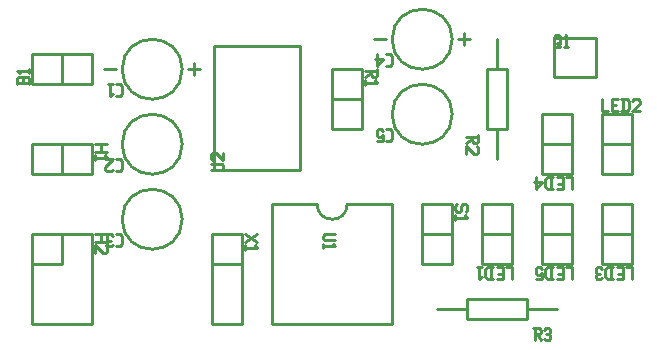
<source format=gbr>
G04 start of page 7 for group -4079 idx -4079 *
G04 Title: IR grenade, topsilk *
G04 Creator: pcb 20110918 *
G04 CreationDate: Fri 01 Mar 2013 06:14:08 PM GMT UTC *
G04 For: kevredon *
G04 Format: Gerber/RS-274X *
G04 PCB-Dimensions: 600000 500000 *
G04 PCB-Coordinate-Origin: lower left *
%MOIN*%
%FSLAX25Y25*%
%LNTOPSILK*%
%ADD41C,0.0100*%
G54D41*X199000Y407500D02*X212900D01*
Y420300D02*Y407500D01*
X199000Y420300D02*X212900D01*
X199000D02*Y407500D01*
X180000Y420000D02*Y410000D01*
Y390000D02*Y380000D01*
X183300Y410000D02*Y390000D01*
X176700D02*X183300D01*
X176700Y410000D02*Y390000D01*
Y410000D02*X183300D01*
X195000Y395000D02*X205000D01*
X195000D02*Y375000D01*
X205000D01*
Y395000D02*Y375000D01*
X195000Y395000D02*Y385000D01*
X205000D01*
X175000Y365000D02*X185000D01*
X175000D02*Y345000D01*
X185000D01*
Y365000D02*Y345000D01*
X175000Y365000D02*Y355000D01*
X185000D01*
X155000Y365000D02*Y345000D01*
X165000D01*
Y365000D01*
X155000D01*
Y355000D02*X165000D01*
Y365000D01*
X160000Y330000D02*X170000D01*
X190000D02*X200000D01*
X170000Y333300D02*X190000D01*
Y326700D01*
X170000D01*
Y333300D01*
X105000Y365000D02*Y325000D01*
X145000D01*
Y365000D01*
X105000D02*X120000D01*
X130000D02*X145000D01*
X120000D02*G75*G03X130000Y365000I5000J0D01*G01*
X167000Y420000D02*X171000D01*
X169000Y422000D02*Y418000D01*
X139000Y420000D02*X143000D01*
X165000D02*G75*G03X165000Y420000I-10000J0D01*G01*
Y395000D02*G75*G03X165000Y395000I-10000J0D01*G01*
X125000Y410000D02*Y390000D01*
X135000D01*
Y410000D01*
X125000D01*
Y400000D02*X135000D01*
Y410000D01*
X215000Y365000D02*X225000D01*
X215000D02*Y345000D01*
X225000D01*
Y365000D02*Y345000D01*
X215000Y365000D02*Y355000D01*
X225000D01*
X215000Y375000D02*X225000D01*
Y395000D02*Y375000D01*
X215000Y395000D02*X225000D01*
X215000D02*Y375000D01*
X225000Y385000D02*Y375000D01*
X215000Y385000D02*X225000D01*
X195000Y365000D02*X205000D01*
X195000D02*Y345000D01*
X205000D01*
Y365000D02*Y345000D01*
X195000Y365000D02*Y355000D01*
X205000D01*
X85000D02*Y325000D01*
X95000D01*
Y355000D01*
X85000D01*
Y345000D02*X95000D01*
Y355000D01*
X25000D02*Y325000D01*
X45000D01*
Y355000D01*
X25000D01*
Y345000D02*X35000D01*
Y355000D01*
X25000Y385000D02*Y375000D01*
X45000D01*
Y385000D01*
X25000D01*
Y375000D02*X35000D01*
Y385000D01*
X75000Y360000D02*G75*G03X75000Y360000I-10000J0D01*G01*
X114200Y417900D02*Y376500D01*
X85700Y417900D02*X114200D01*
X85700D02*Y376500D01*
X114200D01*
X45000Y415000D02*Y405000D01*
X25000Y415000D02*X45000D01*
X25000D02*Y405000D01*
X45000D01*
X35000Y415000D02*X45000D01*
X35000D02*Y405000D01*
X77000Y410000D02*X81000D01*
X79000Y412000D02*Y408000D01*
X49000Y410000D02*X53000D01*
X75000D02*G75*G03X75000Y410000I-10000J0D01*G01*
Y385000D02*G75*G03X75000Y385000I-10000J0D01*G01*
X46000Y355000D02*X50000D01*
X46000Y352500D02*X50000D01*
X48000Y355000D02*Y352500D01*
X49500Y351300D02*X50000Y350800D01*
Y349300D01*
X49500Y348800D01*
X48500D02*X49500D01*
X46000Y351300D02*X48500Y348800D01*
X46000Y351300D02*Y348800D01*
Y385000D02*X50000D01*
X46000Y382500D02*X50000D01*
X48000Y385000D02*Y382500D01*
X49200Y381300D02*X50000Y380500D01*
X46000D02*X50000D01*
X46000Y381300D02*Y379800D01*
X24000Y407000D02*Y405000D01*
Y407000D02*X23500Y407500D01*
X22300D02*X23500D01*
X21800Y407000D02*X22300Y407500D01*
X21800Y407000D02*Y405500D01*
X20000D02*X24000D01*
X20000Y407000D02*Y405000D01*
Y407000D02*X20500Y407500D01*
X21300D01*
X21800Y407000D02*X21300Y407500D01*
X20800Y408700D02*X20000Y409500D01*
X24000D01*
Y410200D02*Y408700D01*
X53000Y355000D02*X54300D01*
X55000Y354300D02*X54300Y355000D01*
X55000Y354300D02*Y351700D01*
X54300Y351000D01*
X53000D02*X54300D01*
X51800Y351500D02*X51300Y351000D01*
X50300D02*X51300D01*
X50300D02*X49800Y351500D01*
X50300Y355000D02*X49800Y354500D01*
X50300Y355000D02*X51300D01*
X51800Y354500D02*X51300Y355000D01*
X50300Y352800D02*X51300D01*
X49800Y352300D02*Y351500D01*
Y354500D02*Y353300D01*
X50300Y352800D01*
X49800Y352300D02*X50300Y352800D01*
X53000Y405000D02*X54300D01*
X55000Y404300D02*X54300Y405000D01*
X55000Y404300D02*Y401700D01*
X54300Y401000D01*
X53000D02*X54300D01*
X51800Y401800D02*X51000Y401000D01*
Y405000D02*Y401000D01*
X50300Y405000D02*X51800D01*
X53000Y380000D02*X54300D01*
X55000Y379300D02*X54300Y380000D01*
X55000Y379300D02*Y376700D01*
X54300Y376000D01*
X53000D02*X54300D01*
X51800Y376500D02*X51300Y376000D01*
X49800D02*X51300D01*
X49800D02*X49300Y376500D01*
Y377500D02*Y376500D01*
X51800Y380000D02*X49300Y377500D01*
Y380000D02*X51800D01*
X185000Y344000D02*Y340000D01*
X183000Y344000D02*X185000D01*
X180300Y341800D02*X181800D01*
X179800Y344000D02*X181800D01*
Y340000D01*
X179800D02*X181800D01*
X178100Y344000D02*Y340000D01*
X176800D02*X176100Y340700D01*
Y343300D02*Y340700D01*
X176800Y344000D02*X176100Y343300D01*
X176800Y344000D02*X178600D01*
X176800Y340000D02*X178600D01*
X174900Y340800D02*X174100Y340000D01*
Y344000D02*Y340000D01*
X173400Y344000D02*X174900D01*
X96000Y355000D02*X100000Y352500D01*
Y355000D02*X96000Y352500D01*
X99200Y351300D02*X100000Y350500D01*
X96000D02*X100000D01*
X96000Y351300D02*Y349800D01*
X122500Y355000D02*X126000D01*
X122500D02*X122000Y354500D01*
Y353500D01*
X122500Y353000D01*
X126000D01*
X125200Y351800D02*X126000Y351000D01*
X122000D02*X126000D01*
X122000Y351800D02*Y350300D01*
X170000Y363000D02*X169500Y362500D01*
X170000Y364500D02*Y363000D01*
X169500Y365000D02*X170000Y364500D01*
X168500Y365000D02*X169500D01*
X168500D02*X168000Y364500D01*
Y363000D01*
X167500Y362500D01*
X166500D02*X167500D01*
X166000Y363000D02*X166500Y362500D01*
X166000Y364500D02*Y363000D01*
X166500Y365000D02*X166000Y364500D01*
X169200Y361300D02*X170000Y360500D01*
X166000D02*X170000D01*
X166000Y361300D02*Y359800D01*
X84700Y376500D02*X88200D01*
X88700Y377000D01*
Y378000D02*Y377000D01*
Y378000D02*X88200Y378500D01*
X84700D02*X88200D01*
X85200Y379700D02*X84700Y380200D01*
Y381700D02*Y380200D01*
Y381700D02*X85200Y382200D01*
X86200D01*
X88700Y379700D02*X86200Y382200D01*
X88700D02*Y379700D01*
X173700Y388000D02*Y386000D01*
X173200Y385500D01*
X172200D02*X173200D01*
X171700Y386000D02*X172200Y385500D01*
X171700Y387500D02*Y386000D01*
X169700Y387500D02*X173700D01*
X171700Y386700D02*X169700Y385500D01*
X173200Y384300D02*X173700Y383800D01*
Y382300D01*
X173200Y381800D01*
X172200D02*X173200D01*
X169700Y384300D02*X172200Y381800D01*
X169700Y384300D02*Y381800D01*
X143000Y415000D02*X144300D01*
X145000Y414300D02*X144300Y415000D01*
X145000Y414300D02*Y411700D01*
X144300Y411000D01*
X143000D02*X144300D01*
X141800Y413500D02*X139800Y411000D01*
X139300Y413500D02*X141800D01*
X139800Y415000D02*Y411000D01*
X143000Y390000D02*X144300D01*
X145000Y389300D02*X144300Y390000D01*
X145000Y389300D02*Y386700D01*
X144300Y386000D01*
X143000D02*X144300D01*
X139800D02*X141800D01*
Y388000D02*Y386000D01*
Y388000D02*X141300Y387500D01*
X140300D02*X141300D01*
X140300D02*X139800Y388000D01*
Y389500D02*Y388000D01*
X140300Y390000D02*X139800Y389500D01*
X140300Y390000D02*X141300D01*
X141800Y389500D02*X141300Y390000D01*
X140000Y410000D02*Y408000D01*
X139500Y407500D01*
X138500D02*X139500D01*
X138000Y408000D02*X138500Y407500D01*
X138000Y409500D02*Y408000D01*
X136000Y409500D02*X140000D01*
X138000Y408700D02*X136000Y407500D01*
X139200Y406300D02*X140000Y405500D01*
X136000D02*X140000D01*
X136000Y406300D02*Y404800D01*
X199000Y420800D02*Y417800D01*
Y420800D02*X199500Y421300D01*
X200500D01*
X201000Y420800D01*
Y418300D01*
X200000Y417300D02*X201000Y418300D01*
X199500Y417300D02*X200000D01*
X199000Y417800D02*X199500Y417300D01*
X200000Y418800D02*X201000Y417300D01*
X202200Y420500D02*X203000Y421300D01*
Y417300D01*
X202200D02*X203700D01*
X192000Y323700D02*X194000D01*
X194500Y323200D01*
Y322200D01*
X194000Y321700D02*X194500Y322200D01*
X192500Y321700D02*X194000D01*
X192500Y323700D02*Y319700D01*
X193300Y321700D02*X194500Y319700D01*
X195700Y323200D02*X196200Y323700D01*
X197200D01*
X197700Y323200D01*
X197200Y319700D02*X197700Y320200D01*
X196200Y319700D02*X197200D01*
X195700Y320200D02*X196200Y319700D01*
Y321900D02*X197200D01*
X197700Y323200D02*Y322400D01*
Y321400D02*Y320200D01*
Y321400D02*X197200Y321900D01*
X197700Y322400D02*X197200Y321900D01*
X225000Y344000D02*Y340000D01*
X223000Y344000D02*X225000D01*
X220300Y341800D02*X221800D01*
X219800Y344000D02*X221800D01*
Y340000D01*
X219800D02*X221800D01*
X218100Y344000D02*Y340000D01*
X216800D02*X216100Y340700D01*
Y343300D02*Y340700D01*
X216800Y344000D02*X216100Y343300D01*
X216800Y344000D02*X218600D01*
X216800Y340000D02*X218600D01*
X214900Y340500D02*X214400Y340000D01*
X213400D02*X214400D01*
X213400D02*X212900Y340500D01*
X213400Y344000D02*X212900Y343500D01*
X213400Y344000D02*X214400D01*
X214900Y343500D02*X214400Y344000D01*
X213400Y341800D02*X214400D01*
X212900Y341300D02*Y340500D01*
Y343500D02*Y342300D01*
X213400Y341800D01*
X212900Y341300D02*X213400Y341800D01*
X205000Y374000D02*Y370000D01*
X203000Y374000D02*X205000D01*
X200300Y371800D02*X201800D01*
X199800Y374000D02*X201800D01*
Y370000D01*
X199800D02*X201800D01*
X198100Y374000D02*Y370000D01*
X196800D02*X196100Y370700D01*
Y373300D02*Y370700D01*
X196800Y374000D02*X196100Y373300D01*
X196800Y374000D02*X198600D01*
X196800Y370000D02*X198600D01*
X194900Y372500D02*X192900Y370000D01*
X192400Y372500D02*X194900D01*
X192900Y374000D02*Y370000D01*
X215000Y400000D02*Y396000D01*
X217000D01*
X218200Y398200D02*X219700D01*
X218200Y396000D02*X220200D01*
X218200Y400000D02*Y396000D01*
Y400000D02*X220200D01*
X221900D02*Y396000D01*
X223200Y400000D02*X223900Y399300D01*
Y396700D01*
X223200Y396000D02*X223900Y396700D01*
X221400Y396000D02*X223200D01*
X221400Y400000D02*X223200D01*
X225100Y399500D02*X225600Y400000D01*
X227100D01*
X227600Y399500D01*
Y398500D01*
X225100Y396000D02*X227600Y398500D01*
X225100Y396000D02*X227600D01*
X205000Y344000D02*Y340000D01*
X203000Y344000D02*X205000D01*
X200300Y341800D02*X201800D01*
X199800Y344000D02*X201800D01*
Y340000D01*
X199800D02*X201800D01*
X198100Y344000D02*Y340000D01*
X196800D02*X196100Y340700D01*
Y343300D02*Y340700D01*
X196800Y344000D02*X196100Y343300D01*
X196800Y344000D02*X198600D01*
X196800Y340000D02*X198600D01*
X192900D02*X194900D01*
Y342000D02*Y340000D01*
Y342000D02*X194400Y341500D01*
X193400D02*X194400D01*
X193400D02*X192900Y342000D01*
Y343500D02*Y342000D01*
X193400Y344000D02*X192900Y343500D01*
X193400Y344000D02*X194400D01*
X194900Y343500D02*X194400Y344000D01*
M02*

</source>
